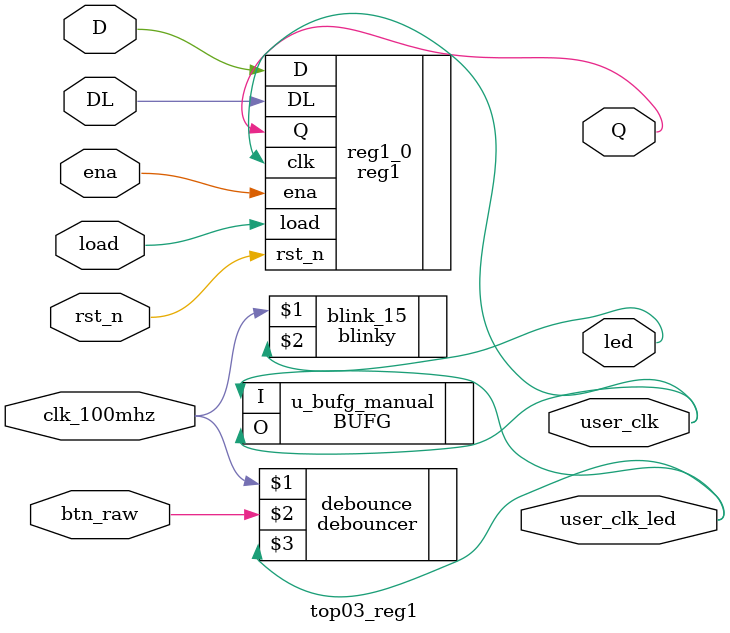
<source format=v>
module top03_reg1(
    input clk_100mhz,
    input btn_raw,
    input D,
    input DL,
    input rst_n,
    input ena,
    input load,
    output Q,
    output led,
    output user_clk_led, 
    output user_clk
    );

   
    blinky                           blink_15(clk_100mhz, led);
    
    debouncer #(.COUNT_MAX(250000))  debounce(clk_100mhz, btn_raw, user_clk_led);
    BUFG                             u_bufg_manual (.I(user_clk_led), .O(user_clk)); //usr_clk to be used as a clock signal
    
    reg1                             reg1_0(.clk(user_clk), .rst_n(rst_n), .ena(ena), .load(load), .D(D), .DL(DL), .Q(Q));    

endmodule

</source>
